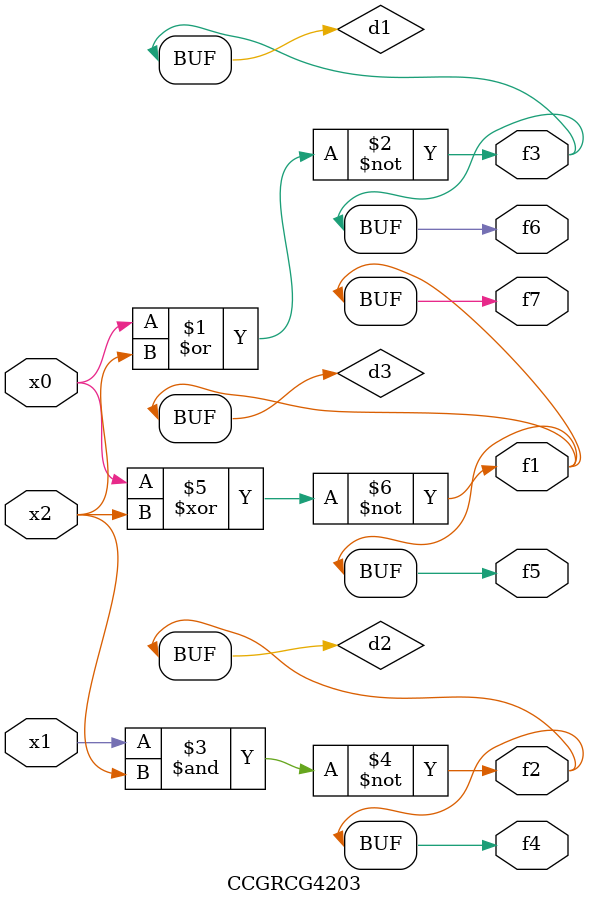
<source format=v>
module CCGRCG4203(
	input x0, x1, x2,
	output f1, f2, f3, f4, f5, f6, f7
);

	wire d1, d2, d3;

	nor (d1, x0, x2);
	nand (d2, x1, x2);
	xnor (d3, x0, x2);
	assign f1 = d3;
	assign f2 = d2;
	assign f3 = d1;
	assign f4 = d2;
	assign f5 = d3;
	assign f6 = d1;
	assign f7 = d3;
endmodule

</source>
